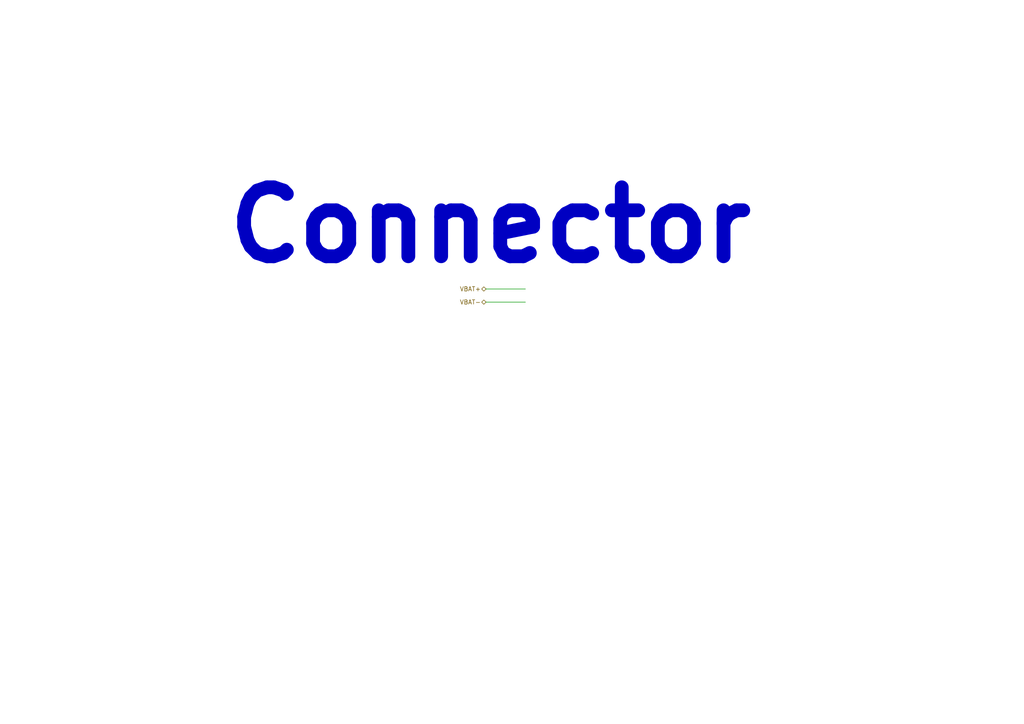
<source format=kicad_sch>
(kicad_sch
	(version 20231120)
	(generator "eeschema")
	(generator_version "8.0")
	(uuid "0b368679-69cb-47de-84b5-42df092d1157")
	(paper "A4")
	(lib_symbols)
	(wire
		(pts
			(xy 140.97 87.63) (xy 152.4 87.63)
		)
		(stroke
			(width 0)
			(type default)
		)
		(uuid "8f48fc65-6c61-4484-9c59-55fe4d5a8496")
	)
	(wire
		(pts
			(xy 140.97 83.82) (xy 152.4 83.82)
		)
		(stroke
			(width 0)
			(type default)
		)
		(uuid "d0978dc0-a392-4775-9171-085fd5e57d3f")
	)
	(text "Connector"
		(exclude_from_sim no)
		(at 142.24 65.532 0)
		(effects
			(font
				(size 20 20)
				(thickness 4)
				(bold yes)
			)
		)
		(uuid "9e9840ef-4f20-4618-9961-064de320c5fd")
	)
	(hierarchical_label "VBAT-"
		(shape bidirectional)
		(at 140.97 87.63 180)
		(fields_autoplaced yes)
		(effects
			(font
				(size 1.27 1.27)
			)
			(justify right)
		)
		(uuid "33bd9bc1-10c7-4f5d-8daf-c8cae8beebd5")
	)
	(hierarchical_label "VBAT+"
		(shape bidirectional)
		(at 140.97 83.82 180)
		(fields_autoplaced yes)
		(effects
			(font
				(size 1.27 1.27)
			)
			(justify right)
		)
		(uuid "3c6b5b85-939e-4eee-b503-ecbe5816e461")
	)
)
</source>
